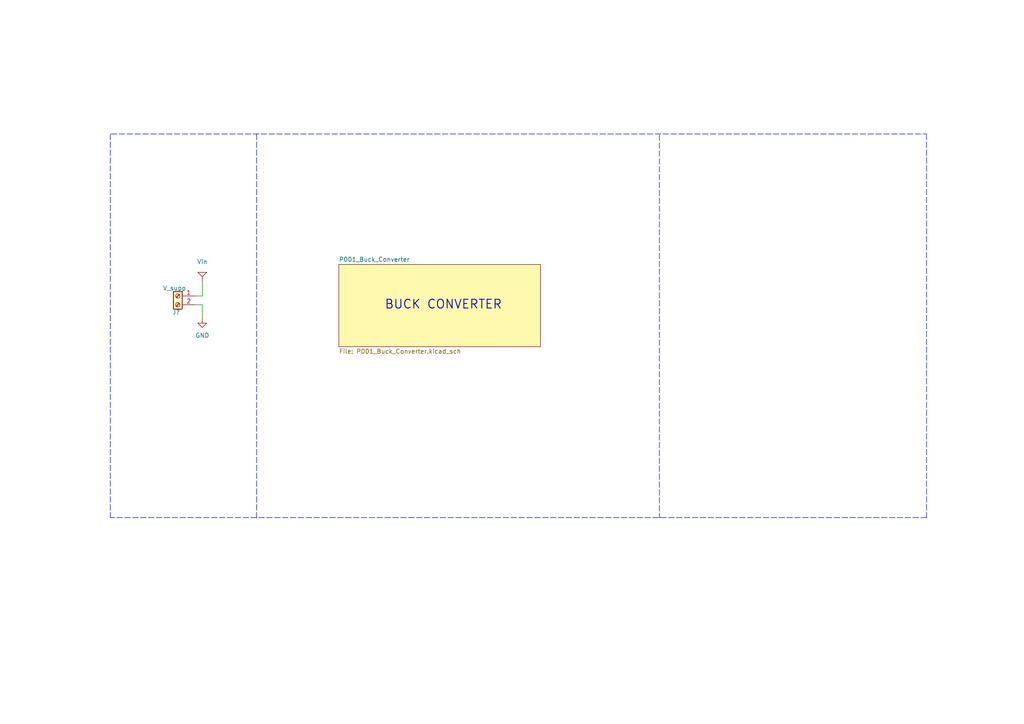
<source format=kicad_sch>
(kicad_sch (version 20211123) (generator eeschema)
  (paper "A4")
  (lib_symbols
    (symbol "Connector:Screw_Terminal_01x02" (pin_names (offset 1.016) hide)
      (property "Reference" "J" (at 0 2.54 0))
      (property "Value" "Screw_Terminal_01x02" (at 0 -5.08 0))
      (symbol "Screw_Terminal_01x02_1_1"
        (rectangle (start -1.27 1.27) (end 1.27 -3.81) (stroke (width 0.254)) (fill (type background)))
        (circle (center 0 -2.54) (radius 0.635) (stroke (width 0.1524)))
        (polyline (pts (xy -0.5334 -2.2098) (xy 0.3302 -3.048)) (stroke (width 0.1524)))
        (polyline (pts (xy -0.5334 0.3302) (xy 0.3302 -0.508)) (stroke (width 0.1524)))
        (polyline (pts (xy -0.3556 -2.032) (xy 0.508 -2.8702)) (stroke (width 0.1524)))
        (polyline (pts (xy -0.3556 0.508) (xy 0.508 -0.3302)) (stroke (width 0.1524)))
        (circle (center 0 0) (radius 0.635) (stroke (width 0.1524)))
        (pin passive line (at -5.08 0 0) (length 3.81) (name "Pin_1") (number "1"))
        (pin passive line (at -5.08 -2.54 0) (length 3.81) (name "Pin_2") (number "2"))
      )
    )
    (symbol "Supply:Vin" (power) (pin_names (offset 0))
      (property "Value" "Vin" (at 0 3.81 0))
      (symbol "Vin_0_1"
        (rectangle (start -1.27 2.54) (end 1.27 2.54))
        (polyline (pts (xy -1.27 2.54) (xy 0 1.27)))
        (polyline (pts (xy 0 0) (xy 0 1.27)))
        (polyline (pts (xy 0 1.27) (xy 1.27 2.54)))
      )
      (symbol "Vin_1_1"
        (pin power_in line (at 0 0 180) (length 0) hide (name "Vin") (number "1"))
      )
    )
    (symbol "power:GND" (power) (pin_names (offset 0))
      (property "Value" "GND" (at 0 -3.81 0))
      (symbol "GND_0_1"
        (polyline (pts (xy 0 0) (xy 0 -1.27) (xy 1.27 -1.27) (xy 0 -2.54) (xy -1.27 -1.27) (xy 0 -1.27)))
      )
      (symbol "GND_1_1"
        (pin power_in line (at 0 0 270) (length 0) hide (name "GND") (number "1"))
      )
    )
  )
  (polyline (pts (xy 268.732 150.114) (xy 32.004 150.114)))
  (wire (pts (xy 58.674 85.852) (xy 56.642 85.852)))
  (wire (pts (xy 56.642 88.392) (xy 58.674 88.392)))
  (polyline (pts (xy 32.004 38.862) (xy 32.004 150.114)))
  (polyline (pts (xy 32.258 38.862) (xy 268.732 38.862)))
  (polyline (pts (xy 74.422 38.862) (xy 74.422 150.368)))
  (wire (pts (xy 58.674 88.392) (xy 58.674 92.456)))
  (polyline (pts (xy 268.732 38.862) (xy 268.732 150.114)))
  (wire (pts (xy 58.674 81.534) (xy 58.674 85.852)))
  (polyline (pts (xy 191.262 150.114) (xy 191.516 150.114)))
  (polyline (pts (xy 191.262 39.116) (xy 191.262 150.114)))
  (text "BUCK CONVERTER" (at 111.506 89.916 0) (effects (font (size 2.54 2.54) (thickness 0.254) bold) (justify left bottom)))
  (symbol (lib_id "power:GND") (at 58.674 92.456 0) (unit 1)
    (property "Reference" "#PWR?" (effects hide))
    (property "Value" "GND" (at 58.674 97.282 0))
  )
  (symbol (lib_id "Supply:Vin") (at 58.674 81.534 0) (unit 1)
    (property "Reference" "#PWR?" (effects hide))
    (property "Value" "Vin" (at 58.674 75.946 0))
  )
  (symbol (lib_id "Connector:Screw_Terminal_01x02") (at 51.562 85.852 0) (mirror y) (unit 1)
    (property "Reference" "J?" (at 51.1048 90.5764 0))
    (property "Value" "V_supp" (at 50.5968 83.566 0))
  )
  (sheet (at 98.298 76.708) (size 58.42 23.876) (stroke (width 0.1524)) (fill (color 255 249 173 1.0000))
    (property "Sheet name" "P001_Buck_Converter" (at 98.298 75.9964 0) (effects (justify left bottom)))
    (property "Sheet file" "P001_Buck_Converter.kicad_sch" (at 98.298 101.1686 0) (effects (justify left top)))
  )
)
</source>
